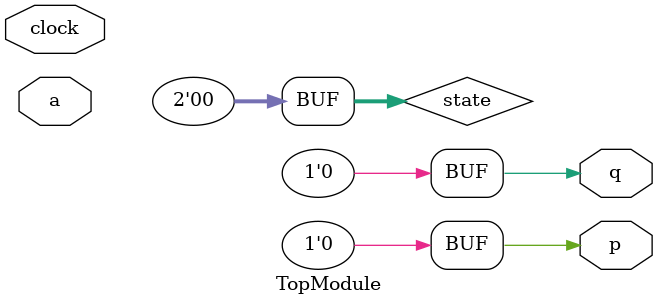
<source format=sv>

module TopModule (
  input clock,
  input a,
  output reg p,
  output reg q
);
// Internal state variables
reg [1:0] state;

// Always block for state machine logic
always @(posedge clock) begin
    if (a == 0 && state == 2'b00) begin
        state <= 2'b01;
    end else if (a == 1 && state == 2'b01) begin
        state <= 2'b10;
    end else if (state == 2'b11) begin
        state <= 2'b00;
    end else if (a == 0 && state != 2'b00) begin
        state <= 2'b00;
    end else if (a == 1 && state != 2'b01) begin
        state <= 2'b01;
    end else if (state != 2'b11) begin
        // Do nothing, just wait for the next clock edge
    end
end

// Assign output signals based on the current state
reg p = 0;
reg q = 0;

assign p = state[1];
assign q = state[0];

endmodule

</source>
